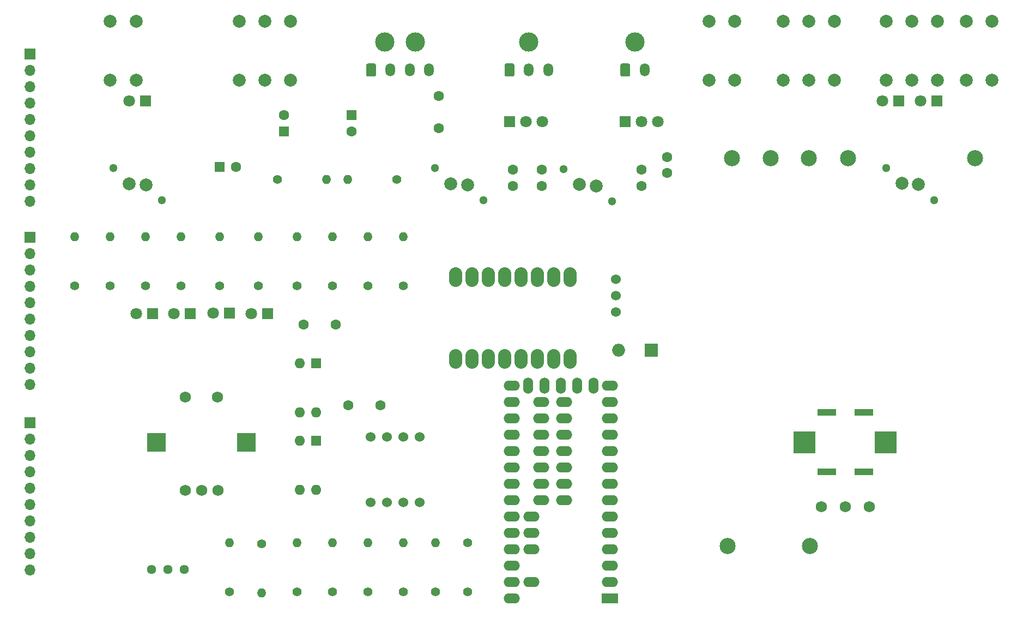
<source format=gbr>
G04 #@! TF.GenerationSoftware,KiCad,Pcbnew,5.1.5-52549c5~84~ubuntu19.04.1*
G04 #@! TF.CreationDate,2020-01-25T14:44:11+01:00*
G04 #@! TF.ProjectId,upuaut_2Nils,75707561-7574-45f3-924e-696c732e6b69,rev?*
G04 #@! TF.SameCoordinates,Original*
G04 #@! TF.FileFunction,Soldermask,Bot*
G04 #@! TF.FilePolarity,Negative*
%FSLAX46Y46*%
G04 Gerber Fmt 4.6, Leading zero omitted, Abs format (unit mm)*
G04 Created by KiCad (PCBNEW 5.1.5-52549c5~84~ubuntu19.04.1) date 2020-01-25 14:44:11*
%MOMM*%
%LPD*%
G04 APERTURE LIST*
%ADD10C,2.500000*%
%ADD11C,1.524000*%
%ADD12C,2.000000*%
%ADD13R,3.000000X1.000000*%
%ADD14R,3.500000X3.500000*%
%ADD15C,1.750000*%
%ADD16O,2.540000X1.524000*%
%ADD17O,1.524000X2.540000*%
%ADD18R,2.540000X1.524000*%
%ADD19O,1.400000X1.400000*%
%ADD20C,1.400000*%
%ADD21O,1.500000X2.020000*%
%ADD22C,0.100000*%
%ADD23C,3.000000*%
%ADD24O,1.600000X1.600000*%
%ADD25R,1.600000X1.600000*%
%ADD26O,2.032000X3.048000*%
%ADD27R,3.000000X3.000000*%
%ADD28R,1.800000X1.800000*%
%ADD29C,1.800000*%
%ADD30C,1.440000*%
%ADD31O,2.000000X2.000000*%
%ADD32R,2.000000X2.000000*%
%ADD33C,1.600000*%
%ADD34C,1.300000*%
%ADD35R,1.700000X1.700000*%
%ADD36O,1.700000X1.700000*%
G04 APERTURE END LIST*
D10*
X190650000Y-134900000D03*
X177900000Y-134900000D03*
X216350000Y-74700000D03*
X196600000Y-74700000D03*
X190550000Y-74700000D03*
X184550000Y-74700000D03*
X178550000Y-74700000D03*
D11*
X160500000Y-98540000D03*
X160500000Y-96000000D03*
X160500000Y-93460000D03*
D12*
X210500000Y-53400000D03*
X202500000Y-53400000D03*
X210500000Y-62600000D03*
X202500000Y-62600000D03*
X206500000Y-53400000D03*
X206500000Y-62600000D03*
D13*
X193275000Y-123375000D03*
X199075000Y-123375000D03*
X199075000Y-114175000D03*
X193275000Y-114175000D03*
D14*
X202475000Y-118775000D03*
X189875000Y-118775000D03*
D15*
X192425000Y-128775000D03*
X196175000Y-128775000D03*
X199925000Y-128775000D03*
D12*
X106000000Y-62600000D03*
X106000000Y-53400000D03*
X102000000Y-62600000D03*
X110000000Y-62600000D03*
X102000000Y-53400000D03*
X110000000Y-53400000D03*
D16*
X148952000Y-112530000D03*
X148952000Y-115070000D03*
X148952000Y-117610000D03*
X148952000Y-120150000D03*
X148952000Y-122690000D03*
X152508000Y-112530000D03*
X152508000Y-115070000D03*
X152508000Y-117610000D03*
X152508000Y-120150000D03*
X152508000Y-122690000D03*
X152508000Y-125230000D03*
X148952000Y-125230000D03*
X152508000Y-127770000D03*
X148952000Y-127770000D03*
X147428000Y-130310000D03*
X147428000Y-132850000D03*
X147428000Y-135390000D03*
X147428000Y-140470000D03*
D17*
X157080000Y-109990000D03*
X154540000Y-109990000D03*
X152000000Y-109990000D03*
X149460000Y-109990000D03*
X146920000Y-109990000D03*
D16*
X144380000Y-143010000D03*
X144380000Y-140470000D03*
X144380000Y-137930000D03*
X144380000Y-135390000D03*
X144380000Y-132850000D03*
X144380000Y-130310000D03*
X144380000Y-127770000D03*
X144380000Y-125230000D03*
X144380000Y-122690000D03*
X144380000Y-120150000D03*
X144380000Y-117610000D03*
X144380000Y-115070000D03*
X144380000Y-112530000D03*
X144380000Y-109990000D03*
X159620000Y-109990000D03*
X159620000Y-112530000D03*
X159620000Y-115070000D03*
X159620000Y-117610000D03*
X159620000Y-120150000D03*
X159620000Y-122690000D03*
X159620000Y-125230000D03*
X159620000Y-127770000D03*
X159620000Y-130310000D03*
X159620000Y-132850000D03*
X159620000Y-135390000D03*
X159620000Y-137930000D03*
X159620000Y-140470000D03*
D18*
X159620000Y-143010000D03*
D19*
X87500000Y-86880000D03*
D20*
X87500000Y-94500000D03*
D21*
X131500000Y-61000000D03*
X128500000Y-61000000D03*
X125500000Y-61000000D03*
D22*
G36*
X123024504Y-59991204D02*
G01*
X123048773Y-59994804D01*
X123072571Y-60000765D01*
X123095671Y-60009030D01*
X123117849Y-60019520D01*
X123138893Y-60032133D01*
X123158598Y-60046747D01*
X123176777Y-60063223D01*
X123193253Y-60081402D01*
X123207867Y-60101107D01*
X123220480Y-60122151D01*
X123230970Y-60144329D01*
X123239235Y-60167429D01*
X123245196Y-60191227D01*
X123248796Y-60215496D01*
X123250000Y-60240000D01*
X123250000Y-61760000D01*
X123248796Y-61784504D01*
X123245196Y-61808773D01*
X123239235Y-61832571D01*
X123230970Y-61855671D01*
X123220480Y-61877849D01*
X123207867Y-61898893D01*
X123193253Y-61918598D01*
X123176777Y-61936777D01*
X123158598Y-61953253D01*
X123138893Y-61967867D01*
X123117849Y-61980480D01*
X123095671Y-61990970D01*
X123072571Y-61999235D01*
X123048773Y-62005196D01*
X123024504Y-62008796D01*
X123000000Y-62010000D01*
X122000000Y-62010000D01*
X121975496Y-62008796D01*
X121951227Y-62005196D01*
X121927429Y-61999235D01*
X121904329Y-61990970D01*
X121882151Y-61980480D01*
X121861107Y-61967867D01*
X121841402Y-61953253D01*
X121823223Y-61936777D01*
X121806747Y-61918598D01*
X121792133Y-61898893D01*
X121779520Y-61877849D01*
X121769030Y-61855671D01*
X121760765Y-61832571D01*
X121754804Y-61808773D01*
X121751204Y-61784504D01*
X121750000Y-61760000D01*
X121750000Y-60240000D01*
X121751204Y-60215496D01*
X121754804Y-60191227D01*
X121760765Y-60167429D01*
X121769030Y-60144329D01*
X121779520Y-60122151D01*
X121792133Y-60101107D01*
X121806747Y-60081402D01*
X121823223Y-60063223D01*
X121841402Y-60046747D01*
X121861107Y-60032133D01*
X121882151Y-60019520D01*
X121904329Y-60009030D01*
X121927429Y-60000765D01*
X121951227Y-59994804D01*
X121975496Y-59991204D01*
X122000000Y-59990000D01*
X123000000Y-59990000D01*
X123024504Y-59991204D01*
G37*
D23*
X129350000Y-56680000D03*
X124650000Y-56680000D03*
D21*
X165000000Y-61000000D03*
D22*
G36*
X162524504Y-59991204D02*
G01*
X162548773Y-59994804D01*
X162572571Y-60000765D01*
X162595671Y-60009030D01*
X162617849Y-60019520D01*
X162638893Y-60032133D01*
X162658598Y-60046747D01*
X162676777Y-60063223D01*
X162693253Y-60081402D01*
X162707867Y-60101107D01*
X162720480Y-60122151D01*
X162730970Y-60144329D01*
X162739235Y-60167429D01*
X162745196Y-60191227D01*
X162748796Y-60215496D01*
X162750000Y-60240000D01*
X162750000Y-61760000D01*
X162748796Y-61784504D01*
X162745196Y-61808773D01*
X162739235Y-61832571D01*
X162730970Y-61855671D01*
X162720480Y-61877849D01*
X162707867Y-61898893D01*
X162693253Y-61918598D01*
X162676777Y-61936777D01*
X162658598Y-61953253D01*
X162638893Y-61967867D01*
X162617849Y-61980480D01*
X162595671Y-61990970D01*
X162572571Y-61999235D01*
X162548773Y-62005196D01*
X162524504Y-62008796D01*
X162500000Y-62010000D01*
X161500000Y-62010000D01*
X161475496Y-62008796D01*
X161451227Y-62005196D01*
X161427429Y-61999235D01*
X161404329Y-61990970D01*
X161382151Y-61980480D01*
X161361107Y-61967867D01*
X161341402Y-61953253D01*
X161323223Y-61936777D01*
X161306747Y-61918598D01*
X161292133Y-61898893D01*
X161279520Y-61877849D01*
X161269030Y-61855671D01*
X161260765Y-61832571D01*
X161254804Y-61808773D01*
X161251204Y-61784504D01*
X161250000Y-61760000D01*
X161250000Y-60240000D01*
X161251204Y-60215496D01*
X161254804Y-60191227D01*
X161260765Y-60167429D01*
X161269030Y-60144329D01*
X161279520Y-60122151D01*
X161292133Y-60101107D01*
X161306747Y-60081402D01*
X161323223Y-60063223D01*
X161341402Y-60046747D01*
X161361107Y-60032133D01*
X161382151Y-60019520D01*
X161404329Y-60009030D01*
X161427429Y-60000765D01*
X161451227Y-59994804D01*
X161475496Y-59991204D01*
X161500000Y-59990000D01*
X162500000Y-59990000D01*
X162524504Y-59991204D01*
G37*
D23*
X163500000Y-56680000D03*
D21*
X150000000Y-61000000D03*
X147000000Y-61000000D03*
D22*
G36*
X144524504Y-59991204D02*
G01*
X144548773Y-59994804D01*
X144572571Y-60000765D01*
X144595671Y-60009030D01*
X144617849Y-60019520D01*
X144638893Y-60032133D01*
X144658598Y-60046747D01*
X144676777Y-60063223D01*
X144693253Y-60081402D01*
X144707867Y-60101107D01*
X144720480Y-60122151D01*
X144730970Y-60144329D01*
X144739235Y-60167429D01*
X144745196Y-60191227D01*
X144748796Y-60215496D01*
X144750000Y-60240000D01*
X144750000Y-61760000D01*
X144748796Y-61784504D01*
X144745196Y-61808773D01*
X144739235Y-61832571D01*
X144730970Y-61855671D01*
X144720480Y-61877849D01*
X144707867Y-61898893D01*
X144693253Y-61918598D01*
X144676777Y-61936777D01*
X144658598Y-61953253D01*
X144638893Y-61967867D01*
X144617849Y-61980480D01*
X144595671Y-61990970D01*
X144572571Y-61999235D01*
X144548773Y-62005196D01*
X144524504Y-62008796D01*
X144500000Y-62010000D01*
X143500000Y-62010000D01*
X143475496Y-62008796D01*
X143451227Y-62005196D01*
X143427429Y-61999235D01*
X143404329Y-61990970D01*
X143382151Y-61980480D01*
X143361107Y-61967867D01*
X143341402Y-61953253D01*
X143323223Y-61936777D01*
X143306747Y-61918598D01*
X143292133Y-61898893D01*
X143279520Y-61877849D01*
X143269030Y-61855671D01*
X143260765Y-61832571D01*
X143254804Y-61808773D01*
X143251204Y-61784504D01*
X143250000Y-61760000D01*
X143250000Y-60240000D01*
X143251204Y-60215496D01*
X143254804Y-60191227D01*
X143260765Y-60167429D01*
X143269030Y-60144329D01*
X143279520Y-60122151D01*
X143292133Y-60101107D01*
X143306747Y-60081402D01*
X143323223Y-60063223D01*
X143341402Y-60046747D01*
X143361107Y-60032133D01*
X143382151Y-60019520D01*
X143404329Y-60009030D01*
X143427429Y-60000765D01*
X143451227Y-59994804D01*
X143475496Y-59991204D01*
X143500000Y-59990000D01*
X144500000Y-59990000D01*
X144524504Y-59991204D01*
G37*
D23*
X147000000Y-56680000D03*
D12*
X190500000Y-62600000D03*
X190500000Y-53400000D03*
X186500000Y-62600000D03*
X194500000Y-62600000D03*
X186500000Y-53400000D03*
X194500000Y-53400000D03*
X175000000Y-62600000D03*
X179000000Y-62600000D03*
X175000000Y-53400000D03*
X179000000Y-53400000D03*
D24*
X114000000Y-126120000D03*
X111460000Y-118500000D03*
X111460000Y-126120000D03*
D25*
X114000000Y-118500000D03*
D12*
X82000000Y-62600000D03*
X86000000Y-62600000D03*
X82000000Y-53400000D03*
X86000000Y-53400000D03*
D26*
X153390000Y-105850000D03*
X150850000Y-105850000D03*
X148310000Y-105850000D03*
X145770000Y-105850000D03*
X143230000Y-105850000D03*
X140690000Y-105850000D03*
X138150000Y-105850000D03*
X135610000Y-105850000D03*
X135610000Y-93150000D03*
X138150000Y-93150000D03*
X140690000Y-93150000D03*
X143230000Y-93150000D03*
X145770000Y-93150000D03*
X148310000Y-93150000D03*
X150850000Y-93150000D03*
X153390000Y-93150000D03*
D11*
X122420000Y-117920000D03*
X124960000Y-117920000D03*
X127500000Y-117920000D03*
X130040000Y-117920000D03*
X130040000Y-128080000D03*
X127500000Y-128080000D03*
X124960000Y-128080000D03*
X122420000Y-128080000D03*
D15*
X93675000Y-111775000D03*
X98675000Y-111775000D03*
D27*
X103175000Y-118775000D03*
X89175000Y-118775000D03*
D15*
X96175000Y-126275000D03*
X98715000Y-126275000D03*
X93635000Y-126275000D03*
D28*
X162000000Y-69000000D03*
D29*
X164540000Y-69000000D03*
X167080000Y-69000000D03*
D28*
X144000000Y-69000000D03*
D29*
X146540000Y-69000000D03*
X149080000Y-69000000D03*
D24*
X114000000Y-114120000D03*
X111460000Y-106500000D03*
X111460000Y-114120000D03*
D25*
X114000000Y-106500000D03*
D30*
X88420000Y-138500000D03*
X90960000Y-138500000D03*
X93500000Y-138500000D03*
D19*
X100500000Y-134380000D03*
D20*
X100500000Y-142000000D03*
X137500000Y-134380000D03*
X137500000Y-142000000D03*
D19*
X118880000Y-78000000D03*
D20*
X126500000Y-78000000D03*
D19*
X116500000Y-86880000D03*
D20*
X116500000Y-94500000D03*
D19*
X132500000Y-134380000D03*
D20*
X132500000Y-142000000D03*
D19*
X82000000Y-86880000D03*
D20*
X82000000Y-94500000D03*
D19*
X105000000Y-86880000D03*
D20*
X105000000Y-94500000D03*
D19*
X122000000Y-134380000D03*
D20*
X122000000Y-142000000D03*
D19*
X76500000Y-86880000D03*
D20*
X76500000Y-94500000D03*
D19*
X115620000Y-78000000D03*
D20*
X108000000Y-78000000D03*
D19*
X105500000Y-142120000D03*
D20*
X105500000Y-134500000D03*
D31*
X160920000Y-104500000D03*
D32*
X166000000Y-104500000D03*
D29*
X103885000Y-98775000D03*
D28*
X106425000Y-98775000D03*
D33*
X109000000Y-68000000D03*
D25*
X109000000Y-70500000D03*
D33*
X119500000Y-70500000D03*
D25*
X119500000Y-68000000D03*
D33*
X119000000Y-113000000D03*
X124000000Y-113000000D03*
X101500000Y-76000000D03*
D25*
X99000000Y-76000000D03*
D33*
X117000000Y-100500000D03*
X112000000Y-100500000D03*
X133000000Y-65000000D03*
X133000000Y-70000000D03*
X149000000Y-79000000D03*
X149000000Y-76500000D03*
X168500000Y-77000000D03*
X168500000Y-74500000D03*
D28*
X100550000Y-98750000D03*
D29*
X98010000Y-98750000D03*
X91910000Y-98775000D03*
D28*
X94450000Y-98775000D03*
X88550000Y-98775000D03*
D29*
X86010000Y-98775000D03*
X84910000Y-65775000D03*
D28*
X87450000Y-65775000D03*
X210440000Y-65775000D03*
D29*
X207900000Y-65775000D03*
X201910000Y-65775000D03*
D28*
X204450000Y-65775000D03*
D12*
X215000000Y-62600000D03*
X215000000Y-53400000D03*
X219000000Y-53400000D03*
X219000000Y-62600000D03*
D33*
X144500000Y-76500000D03*
X144500000Y-79000000D03*
X164500000Y-76500000D03*
X164500000Y-79000000D03*
D20*
X111000000Y-142000000D03*
D19*
X111000000Y-134380000D03*
X116500000Y-134380000D03*
D20*
X116500000Y-142000000D03*
X99000000Y-94500000D03*
D19*
X99000000Y-86880000D03*
X93000000Y-86880000D03*
D20*
X93000000Y-94500000D03*
D19*
X127500000Y-134380000D03*
D20*
X127500000Y-142000000D03*
X111000000Y-94500000D03*
D19*
X111000000Y-86880000D03*
X127500000Y-86880000D03*
D20*
X127500000Y-94500000D03*
X122000000Y-94500000D03*
D19*
X122000000Y-86880000D03*
D34*
X152450000Y-76375000D03*
X159950000Y-81375000D03*
D12*
X154900000Y-78775000D03*
X157500000Y-78975000D03*
X137500000Y-78825000D03*
X134900000Y-78625000D03*
D34*
X139950000Y-81225000D03*
X132450000Y-76225000D03*
X82500000Y-76225000D03*
X90000000Y-81225000D03*
D12*
X84950000Y-78625000D03*
X87550000Y-78825000D03*
X207550000Y-78775000D03*
X204950000Y-78575000D03*
D34*
X210000000Y-81175000D03*
X202500000Y-76175000D03*
D35*
X69500000Y-115720000D03*
D36*
X69500000Y-118260000D03*
X69500000Y-120800000D03*
X69500000Y-123340000D03*
X69500000Y-125880000D03*
X69500000Y-128420000D03*
X69500000Y-130960000D03*
X69500000Y-133500000D03*
X69500000Y-136040000D03*
X69500000Y-138580000D03*
X69500000Y-109860000D03*
X69500000Y-107320000D03*
X69500000Y-104780000D03*
X69500000Y-102240000D03*
X69500000Y-99700000D03*
X69500000Y-97160000D03*
X69500000Y-94620000D03*
X69500000Y-92080000D03*
X69500000Y-89540000D03*
D35*
X69500000Y-87000000D03*
X69500000Y-58500000D03*
D36*
X69500000Y-61040000D03*
X69500000Y-63580000D03*
X69500000Y-66120000D03*
X69500000Y-68660000D03*
X69500000Y-71200000D03*
X69500000Y-73740000D03*
X69500000Y-76280000D03*
X69500000Y-78820000D03*
X69500000Y-81360000D03*
M02*

</source>
